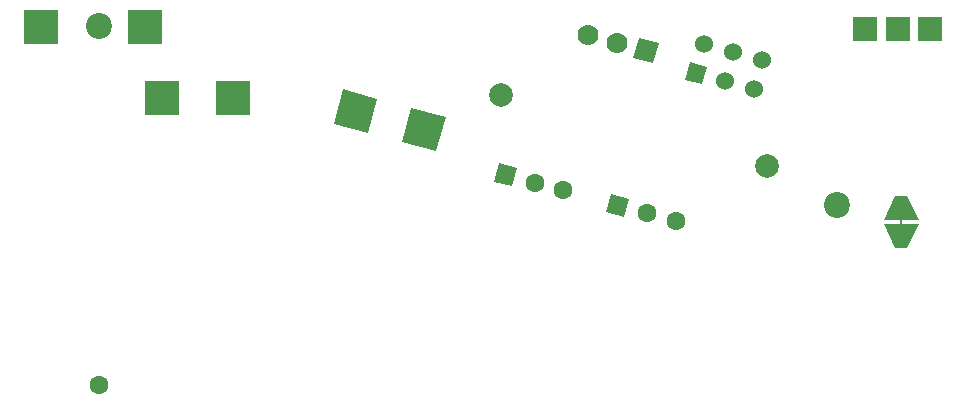
<source format=gbr>
%FSLAX46Y46*%
G04 Gerber Fmt 4.6, Leading zero omitted, Abs format (unit mm)*
G04 Created by KiCad (PCBNEW (2014-jul-16 BZR unknown)-product) date Thu 04 Sep 2014 10:50:04 PM CEST*
%MOMM*%
G01*
G04 APERTURE LIST*
%ADD10C,0.150000*%
%ADD11C,1.778000*%
%ADD12R,3.000000X3.000000*%
%ADD13C,2.000000*%
%ADD14C,1.600000*%
%ADD15C,2.200000*%
%ADD16C,1.524000*%
%ADD17R,2.000000X2.000000*%
G04 APERTURE END LIST*
D10*
X175450000Y-118710000D02*
X175450000Y-119460000D01*
D11*
X148926548Y-103282600D03*
X151380000Y-103940000D03*
D10*
G36*
X154462070Y-105686198D02*
X152744654Y-105226018D01*
X153204834Y-103508602D01*
X154922250Y-103968782D01*
X154462070Y-105686198D01*
X154462070Y-105686198D01*
G37*
D12*
X112840000Y-108580000D03*
X118840000Y-108580000D03*
X111390000Y-102580000D03*
X102590000Y-102580000D03*
D13*
X141546964Y-108334758D03*
X164053036Y-114365242D03*
D10*
G36*
X176950000Y-118910000D02*
X173950000Y-118910000D01*
X174950000Y-116910000D01*
X175950000Y-116910000D01*
X176950000Y-118910000D01*
X176950000Y-118910000D01*
G37*
G36*
X173950000Y-119310000D02*
X176950000Y-119310000D01*
X175950000Y-121310000D01*
X174950000Y-121310000D01*
X173950000Y-119310000D01*
X173950000Y-119310000D01*
G37*
G36*
X150466752Y-118268285D02*
X150880863Y-116722804D01*
X152426344Y-117136915D01*
X152012233Y-118682396D01*
X150466752Y-118268285D01*
X150466752Y-118268285D01*
G37*
D14*
X153900000Y-118360000D03*
X156353452Y-119017400D03*
D10*
G36*
X136864894Y-110205797D02*
X136088437Y-113103574D01*
X133190660Y-112327117D01*
X133967117Y-109429340D01*
X136864894Y-110205797D01*
X136864894Y-110205797D01*
G37*
G36*
X131069340Y-108652883D02*
X130292883Y-111550660D01*
X127395106Y-110774203D01*
X128171563Y-107876426D01*
X131069340Y-108652883D01*
X131069340Y-108652883D01*
G37*
D15*
X107500000Y-102500000D03*
X170000000Y-117700000D03*
D14*
X107500000Y-132900000D03*
D10*
G36*
X157144592Y-107048140D02*
X157539033Y-105576069D01*
X159011104Y-105970510D01*
X158616663Y-107442581D01*
X157144592Y-107048140D01*
X157144592Y-107048140D01*
G37*
D16*
X158735249Y-104055874D03*
X160531300Y-107166726D03*
X161188700Y-104713274D03*
X162984751Y-107824126D03*
X163642152Y-105370675D03*
D17*
X172410000Y-102770000D03*
X172410000Y-102770000D03*
X175190000Y-102790000D03*
X175190000Y-102790000D03*
X177910000Y-102790000D03*
X177910000Y-102790000D03*
D10*
G36*
X140966752Y-115678285D02*
X141380863Y-114132804D01*
X142926344Y-114546915D01*
X142512233Y-116092396D01*
X140966752Y-115678285D01*
X140966752Y-115678285D01*
G37*
D14*
X144400000Y-115770000D03*
X146853452Y-116427400D03*
M02*

</source>
